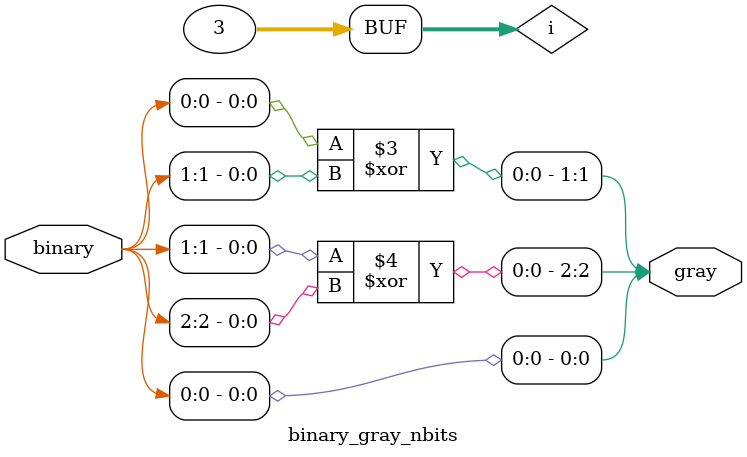
<source format=v>

module binary_gray_nbits #(parameter N=3)(input  [N-1:0]binary,output reg [N-1:0]gray);
integer i;
always@(*)begin
	gray[0]=binary[0];
	for (i=1;i<N;i=i+1)
		gray[i]=binary[i-1]^binary[i];
end
endmodule


</source>
